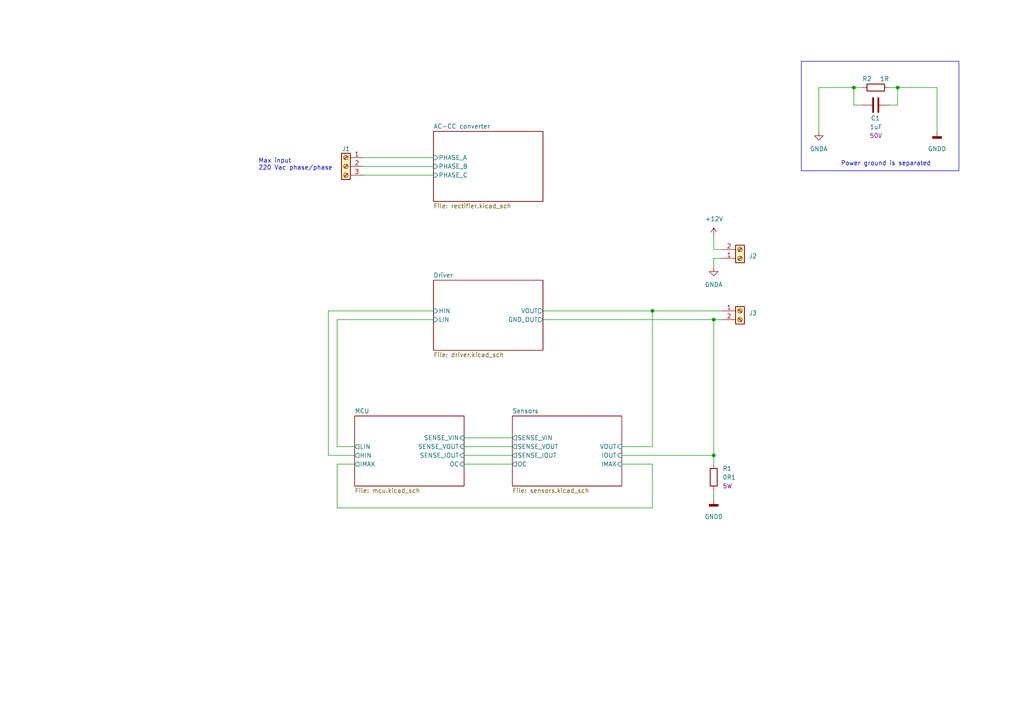
<source format=kicad_sch>
(kicad_sch (version 20230121) (generator eeschema)
  (paper "A4")
  (title_block (title "HIGH VOLTAGE POWER SUPPLY") (date "2023-10-23") (rev "REV1") (company "INSTITUTO TECNOLOGICO DE AERONAUTICA (ITA)") (comment 1 "PROF. COLOMBO") (comment 2 "OUTPUT CURRENT: 0 - 5 A") (comment 3 "OUTPUT VOLTAGE: 0 - 300 V"))
  (lib_symbols
    (symbol "Connector:Screw_Terminal_01x02" (pin_names (offset 1.016) hide)
      (property "Reference" "J" (at 0 2.54 0))
      (property "Value" "Screw_Terminal_01x02" (at 0 -5.08 0))
      (symbol "Screw_Terminal_01x02_1_1"
        (rectangle (start -1.27 1.27) (end 1.27 -3.81) (stroke (width 0.254)) (fill (type background)))
        (circle (center 0 -2.54) (radius 0.635) (stroke (width 0.1524)))
        (polyline (pts (xy -0.5334 -2.2098) (xy 0.3302 -3.048)) (stroke (width 0.1524)))
        (polyline (pts (xy -0.5334 0.3302) (xy 0.3302 -0.508)) (stroke (width 0.1524)))
        (polyline (pts (xy -0.3556 -2.032) (xy 0.508 -2.8702)) (stroke (width 0.1524)))
        (polyline (pts (xy -0.3556 0.508) (xy 0.508 -0.3302)) (stroke (width 0.1524)))
        (circle (center 0 0) (radius 0.635) (stroke (width 0.1524)))
        (pin passive line (at -5.08 0 0) (length 3.81) (name "Pin_1") (number "1"))
        (pin passive line (at -5.08 -2.54 0) (length 3.81) (name "Pin_2") (number "2"))
      )
    )
    (symbol "Connector:Screw_Terminal_01x03" (pin_names (offset 1.016) hide)
      (property "Reference" "J" (at 0 5.08 0))
      (property "Value" "Screw_Terminal_01x03" (at 0 -5.08 0))
      (symbol "Screw_Terminal_01x03_1_1"
        (rectangle (start -1.27 3.81) (end 1.27 -3.81) (stroke (width 0.254)) (fill (type background)))
        (circle (center 0 -2.54) (radius 0.635) (stroke (width 0.1524)))
        (polyline (pts (xy -0.5334 -2.2098) (xy 0.3302 -3.048)) (stroke (width 0.1524)))
        (polyline (pts (xy -0.5334 0.3302) (xy 0.3302 -0.508)) (stroke (width 0.1524)))
        (polyline (pts (xy -0.5334 2.8702) (xy 0.3302 2.032)) (stroke (width 0.1524)))
        (polyline (pts (xy -0.3556 -2.032) (xy 0.508 -2.8702)) (stroke (width 0.1524)))
        (polyline (pts (xy -0.3556 0.508) (xy 0.508 -0.3302)) (stroke (width 0.1524)))
        (polyline (pts (xy -0.3556 3.048) (xy 0.508 2.2098)) (stroke (width 0.1524)))
        (circle (center 0 0) (radius 0.635) (stroke (width 0.1524)))
        (circle (center 0 2.54) (radius 0.635) (stroke (width 0.1524)))
        (pin passive line (at -5.08 2.54 0) (length 3.81) (name "Pin_1") (number "1"))
        (pin passive line (at -5.08 0 0) (length 3.81) (name "Pin_2") (number "2"))
        (pin passive line (at -5.08 -2.54 0) (length 3.81) (name "Pin_3") (number "3"))
      )
    )
    (symbol "Device:C" (pin_numbers hide) (pin_names (offset 0.254))
      (property "Reference" "C" (at 0.635 2.54 0))
      (property "Value" "C" (at 0.635 -2.54 0))
      (symbol "C_0_1"
        (polyline (pts (xy -2.032 -0.762) (xy 2.032 -0.762)) (stroke (width 0.508)))
        (polyline (pts (xy -2.032 0.762) (xy 2.032 0.762)) (stroke (width 0.508)))
      )
      (symbol "C_1_1"
        (pin passive line (at 0 3.81 270) (length 2.794) (name "~") (number "1"))
        (pin passive line (at 0 -3.81 90) (length 2.794) (name "~") (number "2"))
      )
    )
    (symbol "Device:R" (pin_numbers hide) (pin_names (offset 0))
      (property "Reference" "R" (at 2.032 0 90))
      (property "Value" "R" (at 0 0 90))
      (symbol "R_0_1"
        (rectangle (start -1.016 -2.54) (end 1.016 2.54) (stroke (width 0.254)))
      )
      (symbol "R_1_1"
        (pin passive line (at 0 3.81 270) (length 1.27) (name "~") (number "1"))
        (pin passive line (at 0 -3.81 90) (length 1.27) (name "~") (number "2"))
      )
    )
    (symbol "power:+12V" (power) (pin_names (offset 0))
      (property "Value" "+12V" (at 0 3.556 0))
      (symbol "+12V_0_1"
        (polyline (pts (xy -0.762 1.27) (xy 0 2.54)))
        (polyline (pts (xy 0 0) (xy 0 2.54)))
        (polyline (pts (xy 0 2.54) (xy 0.762 1.27)))
      )
      (symbol "+12V_1_1"
        (pin power_in line (at 0 0 90) (length 0) hide (name "+12V") (number "1"))
      )
    )
    (symbol "power:GNDA" (power) (pin_names (offset 0))
      (property "Value" "GNDA" (at 0 -3.81 0))
      (symbol "GNDA_0_1"
        (polyline (pts (xy 0 0) (xy 0 -1.27) (xy 1.27 -1.27) (xy 0 -2.54) (xy -1.27 -1.27) (xy 0 -1.27)))
      )
      (symbol "GNDA_1_1"
        (pin power_in line (at 0 0 270) (length 0) hide (name "GNDA") (number "1"))
      )
    )
    (symbol "power:GNDD" (power) (pin_names (offset 0))
      (property "Value" "GNDD" (at 0 -3.175 0))
      (symbol "GNDD_0_1"
        (rectangle (start -1.27 -1.524) (end 1.27 -2.032) (stroke (width 0.254)) (fill (type outline)))
        (polyline (pts (xy 0 0) (xy 0 -1.524)))
      )
      (symbol "GNDD_1_1"
        (pin power_in line (at 0 0 270) (length 0) hide (name "GNDD") (number "1"))
      )
    )
  )
  (junction (at 260.35 25.4))
  (junction (at 207.01 92.71))
  (junction (at 189.23 90.17))
  (junction (at 207.01 132.08))
  (junction (at 247.65 25.4))
  (wire (pts (xy 95.25 90.17) (xy 95.25 132.08)))
  (wire (pts (xy 257.81 25.4) (xy 260.35 25.4)))
  (wire (pts (xy 247.65 25.4) (xy 250.19 25.4)))
  (wire (pts (xy 157.48 92.71) (xy 207.01 92.71)))
  (wire (pts (xy 97.79 147.32) (xy 189.23 147.32)))
  (wire (pts (xy 207.01 142.24) (xy 207.01 144.78)))
  (wire (pts (xy 207.01 92.71) (xy 209.55 92.71)))
  (wire (pts (xy 97.79 129.54) (xy 97.79 92.71)))
  (wire (pts (xy 237.49 25.4) (xy 247.65 25.4)))
  (wire (pts (xy 207.01 132.08) (xy 207.01 134.62)))
  (wire (pts (xy 134.62 134.62) (xy 148.59 134.62)))
  (wire (pts (xy 134.62 129.54) (xy 148.59 129.54)))
  (wire (pts (xy 102.87 134.62) (xy 97.79 134.62)))
  (wire (pts (xy 257.81 30.48) (xy 260.35 30.48)))
  (wire (pts (xy 260.35 25.4) (xy 271.78 25.4)))
  (wire (pts (xy 207.01 74.93) (xy 207.01 77.47)))
  (wire (pts (xy 250.19 30.48) (xy 247.65 30.48)))
  (wire (pts (xy 134.62 127) (xy 148.59 127)))
  (wire (pts (xy 157.48 90.17) (xy 189.23 90.17)))
  (wire (pts (xy 207.01 92.71) (xy 207.01 132.08)))
  (wire (pts (xy 102.87 129.54) (xy 97.79 129.54)))
  (wire (pts (xy 125.73 90.17) (xy 95.25 90.17)))
  (wire (pts (xy 209.55 74.93) (xy 207.01 74.93)))
  (wire (pts (xy 105.41 48.26) (xy 125.73 48.26)))
  (wire (pts (xy 189.23 90.17) (xy 189.23 129.54)))
  (wire (pts (xy 180.34 129.54) (xy 189.23 129.54)))
  (wire (pts (xy 97.79 134.62) (xy 97.79 147.32)))
  (wire (pts (xy 97.79 92.71) (xy 125.73 92.71)))
  (wire (pts (xy 95.25 132.08) (xy 102.87 132.08)))
  (wire (pts (xy 189.23 147.32) (xy 189.23 134.62)))
  (wire (pts (xy 260.35 30.48) (xy 260.35 25.4)))
  (wire (pts (xy 207.01 72.39) (xy 209.55 72.39)))
  (wire (pts (xy 271.78 25.4) (xy 271.78 38.1)))
  (wire (pts (xy 247.65 30.48) (xy 247.65 25.4)))
  (wire (pts (xy 105.41 45.72) (xy 125.73 45.72)))
  (wire (pts (xy 180.34 134.62) (xy 189.23 134.62)))
  (wire (pts (xy 189.23 90.17) (xy 209.55 90.17)))
  (wire (pts (xy 105.41 50.8) (xy 125.73 50.8)))
  (wire (pts (xy 207.01 68.58) (xy 207.01 72.39)))
  (wire (pts (xy 237.49 25.4) (xy 237.49 38.1)))
  (wire (pts (xy 180.34 132.08) (xy 207.01 132.08)))
  (wire (pts (xy 134.62 132.08) (xy 148.59 132.08)))
  (rectangle (start 232.41 17.78) (end 278.13 49.53))
  (text "Max input\n220 Vac phase/phase" (at 74.93 49.53 0) (effects (font (size 1.27 1.27)) (justify left bottom)))
  (text "Power ground is separated" (at 243.84 48.26 0) (effects (font (size 1.27 1.27)) (justify left bottom)))
  (symbol (lib_id "power:GNDA") (at 237.49 38.1 0) (unit 1)
    (property "Reference" "#PWR04" (effects hide))
    (property "Value" "GNDA" (at 237.49 43.18 0))
  )
  (symbol (lib_id "Connector:Screw_Terminal_01x02") (at 214.63 90.17 0) (unit 1)
    (property "Reference" "J3" (at 217.17 90.805 0) (effects (justify left)))
    (property "Value" "Screw_Terminal_01x02" (effects hide))
    (property "Footprint" "TerminalBlock_Phoenix:TerminalBlock_Phoenix_MKDS-1,5-2-5.08_1x02_P5.08mm_Horizontal" (effects hide))
  )
  (symbol (lib_id "power:GNDD") (at 271.78 38.1 0) (unit 1)
    (property "Reference" "#PWR05" (effects hide))
    (property "Value" "GNDD" (at 271.78 43.18 0))
  )
  (symbol (lib_id "Device:C") (at 254 30.48 90) (unit 1)
    (property "Reference" "C1" (at 255.27 34.29 90) (effects (justify left)))
    (property "Value" "1uF" (at 255.905 36.83 90) (effects (justify left)))
    (property "Footprint" "Capacitor_SMD:C_1206_3216Metric" (effects hide))
    (property "Voltage" "50V" (at 255.905 39.37 90) (effects (justify left)))
  )
  (symbol (lib_id "power:+12V") (at 207.01 68.58 0) (unit 1)
    (property "Reference" "#PWR01" (effects hide))
    (property "Value" "+12V" (at 204.47 63.5 0) (effects (justify left)))
  )
  (symbol (lib_id "Device:R") (at 207.01 138.43 0) (unit 1)
    (property "Reference" "R1" (at 209.55 135.89 0) (effects (justify left)))
    (property "Value" "0R1" (at 209.55 138.43 0) (effects (justify left)))
    (property "Footprint" "Resistor_THT:R_Box_L14.0mm_W5.0mm_P9.00mm" (effects hide))
    (property "Power" "5W" (at 209.55 140.97 0) (effects (justify left)))
  )
  (symbol (lib_id "Device:R") (at 254 25.4 90) (unit 1)
    (property "Reference" "R2" (at 251.46 22.86 90))
    (property "Value" "1R" (at 256.54 22.86 90))
    (property "Footprint" "Resistor_SMD:R_1206_3216Metric" (effects hide))
  )
  (symbol (lib_id "Connector:Screw_Terminal_01x03") (at 100.33 48.26 0) (mirror y) (unit 1)
    (property "Reference" "J1" (at 100.33 43.18 0))
    (property "Value" "Screw_Terminal_01x03" (effects hide))
    (property "Footprint" "TerminalBlock_Phoenix:TerminalBlock_Phoenix_MKDS-1,5-3-5.08_1x03_P5.08mm_Horizontal" (effects hide))
  )
  (symbol (lib_id "power:GNDA") (at 207.01 77.47 0) (unit 1)
    (property "Reference" "#PWR02" (effects hide))
    (property "Value" "GNDA" (at 207.01 82.55 0))
  )
  (symbol (lib_id "power:GNDD") (at 207.01 144.78 0) (unit 1)
    (property "Reference" "#PWR03" (effects hide))
    (property "Value" "GNDD" (at 207.01 149.86 0))
  )
  (symbol (lib_id "Connector:Screw_Terminal_01x02") (at 214.63 74.93 0) (mirror x) (unit 1)
    (property "Reference" "J2" (at 217.17 74.295 0) (effects (justify left)))
    (property "Value" "Screw_Terminal_01x02" (effects hide))
    (property "Footprint" "TerminalBlock_Phoenix:TerminalBlock_Phoenix_MKDS-1,5-2-5.08_1x02_P5.08mm_Horizontal" (effects hide))
  )
  (sheet (at 125.73 38.1) (size 31.75 20.32) (stroke (width 0.1524))
    (property "Sheetname" "AC-CC converter" (at 125.73 37.3884 0) (effects (justify left bottom)))
    (property "Sheetfile" "rectifier.kicad_sch" (at 125.73 59.0046 0) (effects (justify left top)))
    (pin "PHASE_B" input (at 125.73 48.26 180))
    (pin "PHASE_C" input (at 125.73 50.8 180))
    (pin "PHASE_A" input (at 125.73 45.72 180))
  )
  (sheet (at 148.59 120.65) (size 31.75 20.32) (stroke (width 0.1524))
    (property "Sheetname" "Sensors" (at 148.59 119.9384 0) (effects (justify left bottom)))
    (property "Sheetfile" "sensors.kicad_sch" (at 148.59 141.5546 0) (effects (justify left top)))
    (pin "IMAX" input (at 180.34 134.62 0))
    (pin "IOUT" input (at 180.34 132.08 0))
    (pin "VOUT" input (at 180.34 129.54 0))
    (pin "SENSE_VIN" output (at 148.59 127 180))
    (pin "SENSE_VOUT" output (at 148.59 129.54 180))
    (pin "OC" output (at 148.59 134.62 180))
    (pin "SENSE_IOUT" output (at 148.59 132.08 180))
  )
  (sheet (at 102.87 120.65) (size 31.75 20.32) (stroke (width 0.1524))
    (property "Sheetname" "MCU" (at 102.87 119.9384 0) (effects (justify left bottom)))
    (property "Sheetfile" "mcu.kicad_sch" (at 102.87 141.5546 0) (effects (justify left top)))
    (pin "SENSE_VIN" input (at 134.62 127 0))
    (pin "SENSE_VOUT" input (at 134.62 129.54 0))
    (pin "OC" input (at 134.62 134.62 0))
    (pin "SENSE_IOUT" input (at 134.62 132.08 0))
    (pin "LIN" output (at 102.87 129.54 180))
    (pin "HIN" output (at 102.87 132.08 180))
    (pin "IMAX" output (at 102.87 134.62 180))
  )
  (sheet (at 125.73 81.28) (size 31.75 20.32) (stroke (width 0.1524))
    (property "Sheetname" "Driver" (at 125.73 80.5684 0) (effects (justify left bottom)))
    (property "Sheetfile" "driver.kicad_sch" (at 125.73 102.1846 0) (effects (justify left top)))
    (pin "VOUT" output (at 157.48 90.17 0))
    (pin "LIN" input (at 125.73 92.71 180))
    (pin "HIN" input (at 125.73 90.17 180))
    (pin "GND_OUT" output (at 157.48 92.71 0))
  )
)
</source>
